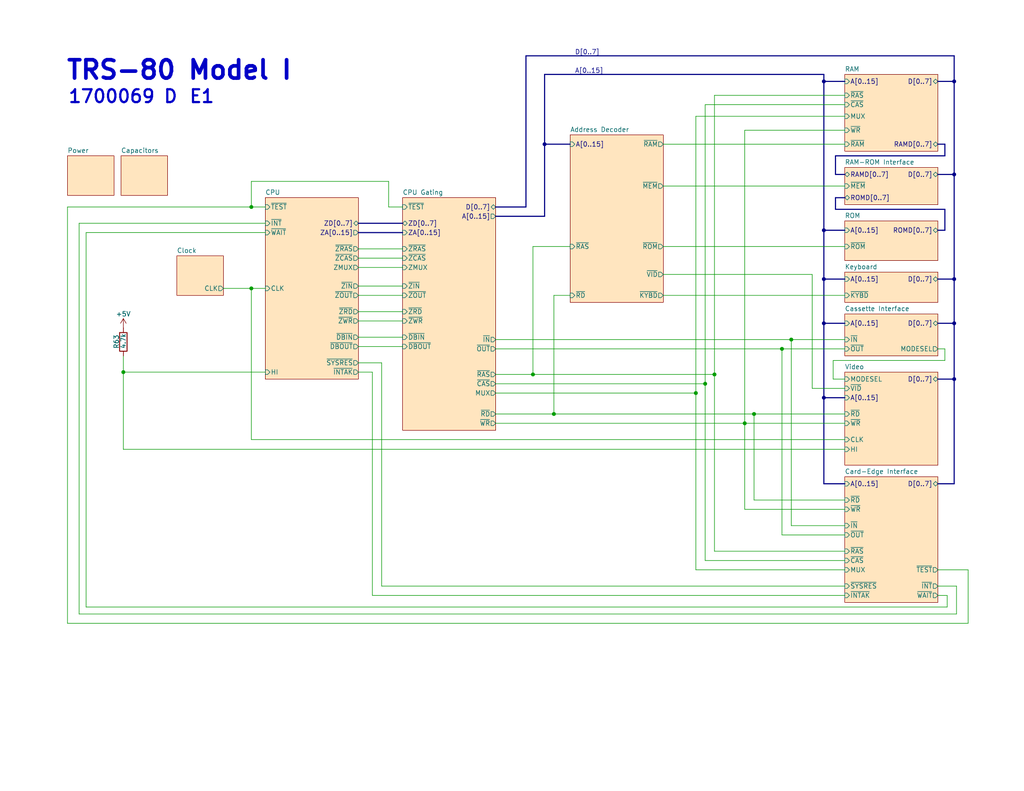
<source format=kicad_sch>
(kicad_sch (version 20231120) (generator "eeschema") (generator_version "8.0")
  (paper "USLetter")
  (title_block (title "TRS-80 Model I Rev D") (date "2024-11-20") (rev "E1A-D") (company "RetroStack - Marcel Erz") (comment 2 "Full overview of the system") (comment 4 "System Overview"))
  (lib_symbols
    (symbol "Device:R" (pin_numbers hide) (pin_names (offset 0))
      (property "Reference" "R" (at 2.032 0 90))
      (property "Value" "R" (at 0 0 90))
      (symbol "R_0_1"
        (rectangle (start -1.016 -2.54) (end 1.016 2.54) (stroke (width 0.254)))
      )
      (symbol "R_1_1"
        (pin passive line (at 0 3.81 270) (length 1.27) (name "~") (number "1"))
        (pin passive line (at 0 -3.81 90) (length 1.27) (name "~") (number "2"))
      )
    )
    (symbol "power:+5V" (power) (pin_numbers hide) (pin_names (offset 0) hide)
      (property "Value" "+5V" (at 0 3.556 0))
      (symbol "+5V_0_1"
        (polyline (pts (xy -0.762 1.27) (xy 0 2.54)))
        (polyline (pts (xy 0 0) (xy 0 2.54)))
        (polyline (pts (xy 0 2.54) (xy 0.762 1.27)))
      )
      (symbol "+5V_1_1"
        (pin power_in line (at 0 0 90) (length 0) (name "~") (number "1"))
      )
    )
  )
  (junction (at 213.36 95.25))
  (junction (at 192.405 104.775))
  (junction (at 260.35 103.505))
  (junction (at 224.79 62.865))
  (junction (at 260.35 47.625))
  (junction (at 224.79 108.585))
  (junction (at 260.35 76.2))
  (junction (at 145.415 102.235))
  (junction (at 224.79 88.265))
  (junction (at 194.945 102.235))
  (junction (at 68.58 78.74))
  (junction (at 33.655 101.6))
  (junction (at 189.865 107.315))
  (junction (at 203.2 115.57))
  (junction (at 224.79 22.225))
  (junction (at 224.79 76.2))
  (junction (at 260.35 22.225))
  (junction (at 151.13 113.03))
  (junction (at 148.59 39.37))
  (junction (at 260.35 88.265))
  (junction (at 215.9 92.71))
  (junction (at 205.74 113.03))
  (junction (at 68.58 56.515))
  (wire (pts (xy 60.96 78.74) (xy 68.58 78.74)))
  (wire (pts (xy 68.58 49.53) (xy 68.58 56.515)))
  (bus (pts (xy 135.255 59.055) (xy 148.59 59.055)))
  (wire (pts (xy 97.79 73.025) (xy 109.855 73.025)))
  (wire (pts (xy 230.505 139.065) (xy 203.2 139.065)))
  (wire (pts (xy 145.415 67.31) (xy 145.415 102.235)))
  (wire (pts (xy 205.74 136.525) (xy 205.74 113.03)))
  (wire (pts (xy 221.615 74.93) (xy 221.615 106.045)))
  (wire (pts (xy 213.36 146.05) (xy 213.36 95.25)))
  (wire (pts (xy 97.79 85.09) (xy 109.855 85.09)))
  (wire (pts (xy 135.255 102.235) (xy 145.415 102.235)))
  (wire (pts (xy 258.445 162.56) (xy 258.445 165.735)))
  (bus (pts (xy 97.79 60.96) (xy 109.855 60.96)))
  (wire (pts (xy 203.2 35.56) (xy 203.2 115.57)))
  (bus (pts (xy 224.79 76.2) (xy 224.79 88.265)))
  (bus (pts (xy 255.905 88.265) (xy 260.35 88.265)))
  (bus (pts (xy 230.505 53.975) (xy 227.965 53.975)))
  (wire (pts (xy 203.2 139.065) (xy 203.2 115.57)))
  (wire (pts (xy 192.405 28.575) (xy 230.505 28.575)))
  (bus (pts (xy 224.79 22.225) (xy 224.79 20.32)))
  (bus (pts (xy 143.51 15.24) (xy 143.51 56.515)))
  (wire (pts (xy 230.505 136.525) (xy 205.74 136.525)))
  (wire (pts (xy 106.045 56.515) (xy 109.855 56.515)))
  (bus (pts (xy 224.79 108.585) (xy 230.505 108.585)))
  (wire (pts (xy 227.33 103.505) (xy 230.505 103.505)))
  (wire (pts (xy 255.905 160.02) (xy 260.985 160.02)))
  (bus (pts (xy 257.81 39.37) (xy 257.81 42.545)))
  (wire (pts (xy 97.79 99.06) (xy 104.14 99.06)))
  (wire (pts (xy 106.045 56.515) (xy 106.045 49.53)))
  (bus (pts (xy 257.81 42.545) (xy 227.965 42.545)))
  (wire (pts (xy 21.59 167.64) (xy 21.59 60.96)))
  (wire (pts (xy 180.975 50.8) (xy 230.505 50.8)))
  (wire (pts (xy 151.13 113.03) (xy 205.74 113.03)))
  (wire (pts (xy 97.79 70.485) (xy 109.855 70.485)))
  (bus (pts (xy 260.35 103.505) (xy 260.35 132.08)))
  (bus (pts (xy 148.59 20.32) (xy 148.59 39.37)))
  (wire (pts (xy 106.045 49.53) (xy 68.58 49.53)))
  (wire (pts (xy 135.255 92.71) (xy 215.9 92.71)))
  (wire (pts (xy 68.58 56.515) (xy 72.39 56.515)))
  (wire (pts (xy 230.505 143.51) (xy 215.9 143.51)))
  (bus (pts (xy 260.35 15.24) (xy 260.35 22.225)))
  (bus (pts (xy 224.79 88.265) (xy 224.79 108.585)))
  (wire (pts (xy 97.79 80.645) (xy 109.855 80.645)))
  (wire (pts (xy 203.2 35.56) (xy 230.505 35.56)))
  (wire (pts (xy 192.405 104.775) (xy 192.405 153.035)))
  (wire (pts (xy 221.615 106.045) (xy 230.505 106.045)))
  (wire (pts (xy 68.58 78.74) (xy 68.58 120.015)))
  (wire (pts (xy 180.975 39.37) (xy 230.505 39.37)))
  (wire (pts (xy 97.79 87.63) (xy 109.855 87.63)))
  (bus (pts (xy 148.59 39.37) (xy 148.59 59.055)))
  (wire (pts (xy 180.975 67.31) (xy 230.505 67.31)))
  (wire (pts (xy 264.16 170.18) (xy 18.415 170.18)))
  (wire (pts (xy 189.865 31.75) (xy 230.505 31.75)))
  (wire (pts (xy 97.79 78.105) (xy 109.855 78.105)))
  (wire (pts (xy 230.505 153.035) (xy 192.405 153.035)))
  (wire (pts (xy 257.81 98.425) (xy 227.33 98.425)))
  (wire (pts (xy 68.58 78.74) (xy 72.39 78.74)))
  (bus (pts (xy 224.79 88.265) (xy 230.505 88.265)))
  (wire (pts (xy 230.505 160.02) (xy 104.14 160.02)))
  (wire (pts (xy 101.6 162.56) (xy 101.6 101.6)))
  (bus (pts (xy 255.905 103.505) (xy 260.35 103.505)))
  (bus (pts (xy 224.79 22.225) (xy 230.505 22.225)))
  (wire (pts (xy 180.975 80.645) (xy 230.505 80.645)))
  (bus (pts (xy 97.79 63.5) (xy 109.855 63.5)))
  (wire (pts (xy 194.945 102.235) (xy 194.945 150.495)))
  (wire (pts (xy 135.255 95.25) (xy 213.36 95.25)))
  (bus (pts (xy 230.505 132.08) (xy 224.79 132.08)))
  (bus (pts (xy 260.35 76.2) (xy 260.35 88.265)))
  (bus (pts (xy 255.905 62.865) (xy 257.81 62.865)))
  (wire (pts (xy 21.59 60.96) (xy 72.39 60.96)))
  (bus (pts (xy 257.81 57.15) (xy 257.81 62.865)))
  (wire (pts (xy 194.945 26.035) (xy 230.505 26.035)))
  (bus (pts (xy 148.59 39.37) (xy 155.575 39.37)))
  (wire (pts (xy 145.415 67.31) (xy 155.575 67.31)))
  (wire (pts (xy 260.985 167.64) (xy 21.59 167.64)))
  (wire (pts (xy 189.865 155.575) (xy 230.505 155.575)))
  (bus (pts (xy 255.905 39.37) (xy 257.81 39.37)))
  (bus (pts (xy 143.51 15.24) (xy 260.35 15.24)))
  (wire (pts (xy 97.79 101.6) (xy 101.6 101.6)))
  (wire (pts (xy 215.9 92.71) (xy 230.505 92.71)))
  (wire (pts (xy 260.985 160.02) (xy 260.985 167.64)))
  (bus (pts (xy 143.51 56.515) (xy 135.255 56.515)))
  (bus (pts (xy 255.905 22.225) (xy 260.35 22.225)))
  (wire (pts (xy 151.13 80.645) (xy 151.13 113.03)))
  (wire (pts (xy 135.255 104.775) (xy 192.405 104.775)))
  (wire (pts (xy 135.255 115.57) (xy 203.2 115.57)))
  (wire (pts (xy 189.865 31.75) (xy 189.865 107.315)))
  (wire (pts (xy 257.81 95.25) (xy 257.81 98.425)))
  (bus (pts (xy 255.905 47.625) (xy 260.35 47.625)))
  (bus (pts (xy 148.59 20.32) (xy 224.79 20.32)))
  (bus (pts (xy 224.79 22.225) (xy 224.79 62.865)))
  (wire (pts (xy 33.655 97.155) (xy 33.655 101.6)))
  (wire (pts (xy 213.36 95.25) (xy 230.505 95.25)))
  (bus (pts (xy 260.35 22.225) (xy 260.35 47.625)))
  (bus (pts (xy 260.35 47.625) (xy 260.35 76.2)))
  (wire (pts (xy 194.945 26.035) (xy 194.945 102.235)))
  (wire (pts (xy 104.14 160.02) (xy 104.14 99.06)))
  (wire (pts (xy 192.405 28.575) (xy 192.405 104.775)))
  (bus (pts (xy 224.79 76.2) (xy 230.505 76.2)))
  (bus (pts (xy 224.79 108.585) (xy 224.79 132.08)))
  (wire (pts (xy 215.9 143.51) (xy 215.9 92.71)))
  (bus (pts (xy 255.905 76.2) (xy 260.35 76.2)))
  (wire (pts (xy 255.905 95.25) (xy 257.81 95.25)))
  (wire (pts (xy 227.33 98.425) (xy 227.33 103.505)))
  (wire (pts (xy 230.505 162.56) (xy 101.6 162.56)))
  (wire (pts (xy 258.445 165.735) (xy 23.495 165.735)))
  (wire (pts (xy 135.255 107.315) (xy 189.865 107.315)))
  (bus (pts (xy 227.965 53.975) (xy 227.965 57.15)))
  (wire (pts (xy 230.505 120.015) (xy 68.58 120.015)))
  (bus (pts (xy 224.79 62.865) (xy 230.505 62.865)))
  (wire (pts (xy 23.495 165.735) (xy 23.495 63.5)))
  (wire (pts (xy 33.655 101.6) (xy 33.655 122.682)))
  (bus (pts (xy 227.965 42.545) (xy 227.965 47.625)))
  (wire (pts (xy 264.16 155.575) (xy 264.16 170.18)))
  (wire (pts (xy 18.415 56.515) (xy 68.58 56.515)))
  (wire (pts (xy 255.905 155.575) (xy 264.16 155.575)))
  (wire (pts (xy 18.415 170.18) (xy 18.415 56.515)))
  (wire (pts (xy 145.415 102.235) (xy 194.945 102.235)))
  (bus (pts (xy 255.905 132.08) (xy 260.35 132.08)))
  (bus (pts (xy 260.35 88.265) (xy 260.35 103.505)))
  (wire (pts (xy 97.79 67.945) (xy 109.855 67.945)))
  (bus (pts (xy 227.965 47.625) (xy 230.505 47.625)))
  (wire (pts (xy 33.655 101.6) (xy 72.39 101.6)))
  (wire (pts (xy 97.79 92.075) (xy 109.855 92.075)))
  (bus (pts (xy 224.79 62.865) (xy 224.79 76.2)))
  (wire (pts (xy 97.79 94.615) (xy 109.855 94.615)))
  (wire (pts (xy 255.905 162.56) (xy 258.445 162.56)))
  (wire (pts (xy 230.505 122.682) (xy 33.655 122.682)))
  (wire (pts (xy 189.865 107.315) (xy 189.865 155.575)))
  (bus (pts (xy 227.965 57.15) (xy 257.81 57.15)))
  (wire (pts (xy 180.975 74.93) (xy 221.615 74.93)))
  (wire (pts (xy 230.505 146.05) (xy 213.36 146.05)))
  (wire (pts (xy 230.505 150.495) (xy 194.945 150.495)))
  (wire (pts (xy 135.255 113.03) (xy 151.13 113.03)))
  (wire (pts (xy 155.575 80.645) (xy 151.13 80.645)))
  (wire (pts (xy 203.2 115.57) (xy 230.505 115.57)))
  (wire (pts (xy 23.495 63.5) (xy 72.39 63.5)))
  (wire (pts (xy 205.74 113.03) (xy 230.505 113.03)))
  (text "E1" (at 51.435 28.575 0) (effects (font (size 3.5 3.5) (thickness 0.6) (bold yes)) (justify left bottom)))
  (text "TRS-80 Model I" (at 17.78 22.225 0) (effects (font (size 5 5) (thickness 1) (bold yes)) (justify left bottom)))
  (text "1700069 D" (at 18.415 28.575 0) (effects (font (size 3.5 3.5) (thickness 0.6) (bold yes)) (justify left bottom)))
  (label "A[0..15]" (at 156.845 20.32 0))
  (label "D[0..7]" (at 156.845 15.24 0))
  (symbol (lib_id "Device:R") (at 33.655 93.345 0) (unit 1)
    (property "Reference" "R63" (at 31.75 95.25 90) (effects (justify left)))
    (property "Value" "4.7k" (at 33.655 95.25 90) (effects (justify left)))
    (property "Footprint" "RetroStackLibrary:TRS80_Model_I_R_0.25W" (effects (hide yes)))
  )
  (symbol (lib_id "power:+5V") (at 33.655 89.535 0) (unit 1)
    (property "Reference" "#PWR054" (effects (hide yes)))
    (property "Value" "+5V" (at 33.655 85.725 0))
    (property "Description" "Power symbol creates a global label with name \"+5V\"" (effects (hide yes)))
  )
  (sheet (at 72.39 53.975) (size 25.4 49.53) (stroke (width 0.1524)) (fill (color 255 229 191 1.0000))
    (property "Sheetname" "CPU" (at 72.39 53.2634 0) (effects (justify left bottom)))
    (property "Sheetfile" "CPU.kicad_sch" (effects (hide yes)))
    (pin "~{INT}" input (at 72.39 60.96 180))
    (pin "~{TEST}" input (at 72.39 56.515 180))
    (pin "~{INTAK}" output (at 97.79 101.6 0))
    (pin "HI" input (at 72.39 101.6 180))
    (pin "ZMUX" output (at 97.79 73.025 0))
    (pin "~{ZCAS}" output (at 97.79 70.485 0))
    (pin "ZD[0..7]" bidirectional (at 97.79 60.96 0))
    (pin "CLK" input (at 72.39 78.74 180))
    (pin "~{SYSRES}" output (at 97.79 99.06 0))
    (pin "ZA[0..15]" output (at 97.79 63.5 0))
    (pin "~{WAIT}" input (at 72.39 63.5 180))
    (pin "~{DBOUT}" output (at 97.79 94.615 0))
    (pin "~{DBIN}" output (at 97.79 92.075 0))
    (pin "~{ZOUT}" output (at 97.79 80.645 0))
    (pin "~{ZWR}" output (at 97.79 87.63 0))
    (pin "~{ZRD}" output (at 97.79 85.09 0))
    (pin "~{ZIN}" output (at 97.79 78.105 0))
    (pin "~{ZRAS}" output (at 97.79 67.945 0))
  )
  (sheet (at 230.505 101.6) (size 25.4 25.4) (stroke (width 0.1524)) (fill (color 255 229 191 1.0000))
    (property "Sheetname" "Video" (at 230.505 100.8884 0) (effects (justify left bottom)))
    (property "Sheetfile" "Video.kicad_sch" (effects (hide yes)))
    (pin "A[0..15]" input (at 230.505 108.585 180))
    (pin "MODESEL" input (at 230.505 103.505 180))
    (pin "HI" input (at 230.505 122.682 180))
    (pin "CLK" input (at 230.505 120.015 180))
    (pin "~{RD}" input (at 230.505 113.03 180))
    (pin "~{VID}" input (at 230.505 106.045 180))
    (pin "~{WR}" input (at 230.505 115.57 180))
    (pin "D[0..7]" bidirectional (at 255.905 103.505 0))
  )
  (sheet (at 48.26 69.85) (size 12.7 10.795) (stroke (width 0.1524)) (fill (color 255 229 191 1.0000))
    (property "Sheetname" "Clock" (at 48.26 69.1384 0) (effects (justify left bottom)))
    (property "Sheetfile" "Clock.kicad_sch" (effects (hide yes)))
    (pin "CLK" output (at 60.96 78.74 0))
  )
  (sheet (at 230.505 20.32) (size 25.4 20.955) (stroke (width 0.1524)) (fill (color 255 229 191 1.0000))
    (property "Sheetname" "RAM" (at 230.505 19.6084 0) (effects (justify left bottom)))
    (property "Sheetfile" "RAM.kicad_sch" (effects (hide yes)))
    (pin "~{WR}" input (at 230.505 35.56 180))
    (pin "~{RAM}" input (at 230.505 39.37 180))
    (pin "D[0..7]" bidirectional (at 255.905 22.225 0))
    (pin "A[0..15]" input (at 230.505 22.225 180))
    (pin "~{CAS}" input (at 230.505 28.575 180))
    (pin "MUX" input (at 230.505 31.75 180))
    (pin "~{RAS}" input (at 230.505 26.035 180))
    (pin "RAMD[0..7]" bidirectional (at 255.905 39.37 0))
  )
  (sheet (at 230.505 85.725) (size 25.4 11.43) (stroke (width 0.1524)) (fill (color 255 229 191 1.0000))
    (property "Sheetname" "Cassette Interface" (at 230.505 85.0134 0) (effects (justify left bottom)))
    (property "Sheetfile" "Cassette.kicad_sch" (effects (hide yes)))
    (pin "A[0..15]" input (at 230.505 88.265 180))
    (pin "~{OUT}" input (at 230.505 95.25 180))
    (pin "~{IN}" input (at 230.505 92.71 180))
    (pin "D[0..7]" bidirectional (at 255.905 88.265 0))
    (pin "MODESEL" output (at 255.905 95.25 0))
  )
  (sheet (at 230.505 45.72) (size 25.4 10.16) (stroke (width 0.1524)) (fill (color 255 229 191 1.0000))
    (property "Sheetname" "RAM-ROM Interface" (at 230.505 45.0084 0) (effects (justify left bottom)))
    (property "Sheetfile" "RAM_ROM_Interface.kicad_sch" (effects (hide yes)))
    (pin "D[0..7]" bidirectional (at 255.905 47.625 0))
    (pin "ROMD[0..7]" bidirectional (at 230.505 53.975 180))
    (pin "~{MEM}" input (at 230.505 50.8 180))
    (pin "RAMD[0..7]" bidirectional (at 230.505 47.625 180))
  )
  (sheet (at 230.505 60.325) (size 25.4 10.795) (stroke (width 0.1524)) (fill (color 255 229 191 1.0000))
    (property "Sheetname" "ROM" (at 230.505 59.6134 0) (effects (justify left bottom)))
    (property "Sheetfile" "ROM.kicad_sch" (effects (hide yes)))
    (pin "ROMD[0..7]" bidirectional (at 255.905 62.865 0))
    (pin "~{ROM}" input (at 230.505 67.31 180))
    (pin "A[0..15]" input (at 230.505 62.865 180))
  )
  (sheet (at 33.02 42.545) (size 12.7 10.795) (stroke (width 0.1524)) (fill (color 255 229 191 1.0000))
    (property "Sheetname" "Capacitors" (at 33.02 41.8334 0) (effects (justify left bottom)))
    (property "Sheetfile" "Capacitors.kicad_sch" (effects (hide yes)))
  )
  (sheet (at 155.575 36.83) (size 25.4 45.72) (stroke (width 0.1524)) (fill (color 255 229 191 1.0000))
    (property "Sheetname" "Address Decoder" (at 155.575 36.1184 0) (effects (justify left bottom)))
    (property "Sheetfile" "AddressDecoder.kicad_sch" (effects (hide yes)))
    (pin "~{VID}" output (at 180.975 74.93 0))
    (pin "~{KYBD}" output (at 180.975 80.645 0))
    (pin "~{RAM}" output (at 180.975 39.37 0))
    (pin "~{MEM}" output (at 180.975 50.8 0))
    (pin "~{RD}" input (at 155.575 80.645 180))
    (pin "~{RAS}" input (at 155.575 67.31 180))
    (pin "~{ROM}" output (at 180.975 67.31 0))
    (pin "A[0..15]" input (at 155.575 39.37 180))
  )
  (sheet (at 230.505 74.295) (size 25.4 8.255) (stroke (width 0.1524)) (fill (color 255 229 191 1.0000))
    (property "Sheetname" "Keyboard" (at 230.505 73.5834 0) (effects (justify left bottom)))
    (property "Sheetfile" "Keyboard.kicad_sch" (effects (hide yes)))
    (pin "~{KYBD}" input (at 230.505 80.645 180))
    (pin "D[0..7]" bidirectional (at 255.905 76.2 0))
    (pin "A[0..15]" input (at 230.505 76.2 180))
  )
  (sheet (at 230.505 130.175) (size 25.4 34.29) (stroke (width 0.1524)) (fill (color 255 229 191 1.0000))
    (property "Sheetname" "Card-Edge Interface" (at 230.505 129.4634 0) (effects (justify left bottom)))
    (property "Sheetfile" "CardEdgeInterface.kicad_sch" (effects (hide yes)))
    (pin "~{RAS}" input (at 230.505 150.495 180))
    (pin "~{CAS}" input (at 230.505 153.035 180))
    (pin "~{SYSRES}" input (at 230.505 160.02 180))
    (pin "~{INTAK}" input (at 230.505 162.56 180))
    (pin "~{OUT}" input (at 230.505 146.05 180))
    (pin "MUX" input (at 230.505 155.575 180))
    (pin "~{RD}" input (at 230.505 136.525 180))
    (pin "~{WR}" input (at 230.505 139.065 180))
    (pin "A[0..15]" input (at 230.505 132.08 180))
    (pin "D[0..7]" bidirectional (at 255.905 132.08 0))
    (pin "~{IN}" input (at 230.505 143.51 180))
    (pin "~{WAIT}" output (at 255.905 162.56 0))
    (pin "~{INT}" output (at 255.905 160.02 0))
    (pin "~{TEST}" output (at 255.905 155.575 0))
  )
  (sheet (at 109.855 53.975) (size 25.4 63.5) (stroke (width 0.1524)) (fill (color 255 229 191 1.0000))
    (property "Sheetname" "CPU Gating" (at 109.855 53.2634 0) (effects (justify left bottom)))
    (property "Sheetfile" "CPUGating.kicad_sch" (effects (hide yes)))
    (pin "ZA[0..15]" input (at 109.855 63.5 180))
    (pin "~{TEST}" input (at 109.855 56.515 180))
    (pin "A[0..15]" output (at 135.255 59.055 0))
    (pin "~{RD}" output (at 135.255 113.03 0))
    (pin "~{WR}" output (at 135.255 115.57 0))
    (pin "~{ZRD}" input (at 109.855 85.09 180))
    (pin "~{ZWR}" input (at 109.855 87.63 180))
    (pin "~{ZCAS}" input (at 109.855 70.485 180))
    (pin "ZMUX" input (at 109.855 73.025 180))
    (pin "~{IN}" output (at 135.255 92.71 0))
    (pin "~{ZIN}" input (at 109.855 78.105 180))
    (pin "~{OUT}" output (at 135.255 95.25 0))
    (pin "~{ZOUT}" input (at 109.855 80.645 180))
    (pin "MUX" output (at 135.255 107.315 0))
    (pin "~{CAS}" output (at 135.255 104.775 0))
    (pin "~{DBOUT}" input (at 109.855 94.615 180))
    (pin "ZD[0..7]" bidirectional (at 109.855 60.96 180))
    (pin "~{DBIN}" input (at 109.855 92.075 180))
    (pin "D[0..7]" bidirectional (at 135.255 56.515 0))
    (pin "~{ZRAS}" input (at 109.855 67.945 180))
    (pin "~{RAS}" output (at 135.255 102.235 0))
  )
  (sheet (at 18.415 42.545) (size 12.7 10.795) (stroke (width 0.1524)) (fill (color 255 229 191 1.0000))
    (property "Sheetname" "Power" (at 18.415 41.8334 0) (effects (justify left bottom)))
    (property "Sheetfile" "Power.kicad_sch" (effects (hide yes)))
  )
)
</source>
